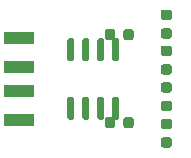
<source format=gtp>
%TF.GenerationSoftware,KiCad,Pcbnew,(5.1.6)-1*%
%TF.CreationDate,2020-07-02T16:49:34+08:00*%
%TF.ProjectId,usb-ttl,7573622d-7474-46c2-9e6b-696361645f70,rev?*%
%TF.SameCoordinates,Original*%
%TF.FileFunction,Paste,Top*%
%TF.FilePolarity,Positive*%
%FSLAX46Y46*%
G04 Gerber Fmt 4.6, Leading zero omitted, Abs format (unit mm)*
G04 Created by KiCad (PCBNEW (5.1.6)-1) date 2020-07-02 16:49:34*
%MOMM*%
%LPD*%
G01*
G04 APERTURE LIST*
%ADD10R,2.500000X1.100000*%
G04 APERTURE END LIST*
D10*
%TO.C,J1*%
X105850000Y-93000000D03*
X105850000Y-91000000D03*
X105850000Y-95500000D03*
X105850000Y-88500000D03*
%TD*%
%TO.C,U1*%
G36*
G01*
X110345000Y-90500000D02*
X110045000Y-90500000D01*
G75*
G02*
X109895000Y-90350000I0J150000D01*
G01*
X109895000Y-88700000D01*
G75*
G02*
X110045000Y-88550000I150000J0D01*
G01*
X110345000Y-88550000D01*
G75*
G02*
X110495000Y-88700000I0J-150000D01*
G01*
X110495000Y-90350000D01*
G75*
G02*
X110345000Y-90500000I-150000J0D01*
G01*
G37*
G36*
G01*
X111615000Y-90500000D02*
X111315000Y-90500000D01*
G75*
G02*
X111165000Y-90350000I0J150000D01*
G01*
X111165000Y-88700000D01*
G75*
G02*
X111315000Y-88550000I150000J0D01*
G01*
X111615000Y-88550000D01*
G75*
G02*
X111765000Y-88700000I0J-150000D01*
G01*
X111765000Y-90350000D01*
G75*
G02*
X111615000Y-90500000I-150000J0D01*
G01*
G37*
G36*
G01*
X112885000Y-90500000D02*
X112585000Y-90500000D01*
G75*
G02*
X112435000Y-90350000I0J150000D01*
G01*
X112435000Y-88700000D01*
G75*
G02*
X112585000Y-88550000I150000J0D01*
G01*
X112885000Y-88550000D01*
G75*
G02*
X113035000Y-88700000I0J-150000D01*
G01*
X113035000Y-90350000D01*
G75*
G02*
X112885000Y-90500000I-150000J0D01*
G01*
G37*
G36*
G01*
X114155000Y-90500000D02*
X113855000Y-90500000D01*
G75*
G02*
X113705000Y-90350000I0J150000D01*
G01*
X113705000Y-88700000D01*
G75*
G02*
X113855000Y-88550000I150000J0D01*
G01*
X114155000Y-88550000D01*
G75*
G02*
X114305000Y-88700000I0J-150000D01*
G01*
X114305000Y-90350000D01*
G75*
G02*
X114155000Y-90500000I-150000J0D01*
G01*
G37*
G36*
G01*
X114155000Y-95450000D02*
X113855000Y-95450000D01*
G75*
G02*
X113705000Y-95300000I0J150000D01*
G01*
X113705000Y-93650000D01*
G75*
G02*
X113855000Y-93500000I150000J0D01*
G01*
X114155000Y-93500000D01*
G75*
G02*
X114305000Y-93650000I0J-150000D01*
G01*
X114305000Y-95300000D01*
G75*
G02*
X114155000Y-95450000I-150000J0D01*
G01*
G37*
G36*
G01*
X112885000Y-95450000D02*
X112585000Y-95450000D01*
G75*
G02*
X112435000Y-95300000I0J150000D01*
G01*
X112435000Y-93650000D01*
G75*
G02*
X112585000Y-93500000I150000J0D01*
G01*
X112885000Y-93500000D01*
G75*
G02*
X113035000Y-93650000I0J-150000D01*
G01*
X113035000Y-95300000D01*
G75*
G02*
X112885000Y-95450000I-150000J0D01*
G01*
G37*
G36*
G01*
X111615000Y-95450000D02*
X111315000Y-95450000D01*
G75*
G02*
X111165000Y-95300000I0J150000D01*
G01*
X111165000Y-93650000D01*
G75*
G02*
X111315000Y-93500000I150000J0D01*
G01*
X111615000Y-93500000D01*
G75*
G02*
X111765000Y-93650000I0J-150000D01*
G01*
X111765000Y-95300000D01*
G75*
G02*
X111615000Y-95450000I-150000J0D01*
G01*
G37*
G36*
G01*
X110345000Y-95450000D02*
X110045000Y-95450000D01*
G75*
G02*
X109895000Y-95300000I0J150000D01*
G01*
X109895000Y-93650000D01*
G75*
G02*
X110045000Y-93500000I150000J0D01*
G01*
X110345000Y-93500000D01*
G75*
G02*
X110495000Y-93650000I0J-150000D01*
G01*
X110495000Y-95300000D01*
G75*
G02*
X110345000Y-95450000I-150000J0D01*
G01*
G37*
%TD*%
%TO.C,R2*%
G36*
G01*
X118556250Y-88587500D02*
X118043750Y-88587500D01*
G75*
G02*
X117825000Y-88368750I0J218750D01*
G01*
X117825000Y-87931250D01*
G75*
G02*
X118043750Y-87712500I218750J0D01*
G01*
X118556250Y-87712500D01*
G75*
G02*
X118775000Y-87931250I0J-218750D01*
G01*
X118775000Y-88368750D01*
G75*
G02*
X118556250Y-88587500I-218750J0D01*
G01*
G37*
G36*
G01*
X118556250Y-87012500D02*
X118043750Y-87012500D01*
G75*
G02*
X117825000Y-86793750I0J218750D01*
G01*
X117825000Y-86356250D01*
G75*
G02*
X118043750Y-86137500I218750J0D01*
G01*
X118556250Y-86137500D01*
G75*
G02*
X118775000Y-86356250I0J-218750D01*
G01*
X118775000Y-86793750D01*
G75*
G02*
X118556250Y-87012500I-218750J0D01*
G01*
G37*
%TD*%
%TO.C,R1*%
G36*
G01*
X118556250Y-97825000D02*
X118043750Y-97825000D01*
G75*
G02*
X117825000Y-97606250I0J218750D01*
G01*
X117825000Y-97168750D01*
G75*
G02*
X118043750Y-96950000I218750J0D01*
G01*
X118556250Y-96950000D01*
G75*
G02*
X118775000Y-97168750I0J-218750D01*
G01*
X118775000Y-97606250D01*
G75*
G02*
X118556250Y-97825000I-218750J0D01*
G01*
G37*
G36*
G01*
X118556250Y-96250000D02*
X118043750Y-96250000D01*
G75*
G02*
X117825000Y-96031250I0J218750D01*
G01*
X117825000Y-95593750D01*
G75*
G02*
X118043750Y-95375000I218750J0D01*
G01*
X118556250Y-95375000D01*
G75*
G02*
X118775000Y-95593750I0J-218750D01*
G01*
X118775000Y-96031250D01*
G75*
G02*
X118556250Y-96250000I-218750J0D01*
G01*
G37*
%TD*%
%TO.C,D2*%
G36*
G01*
X118556250Y-91637500D02*
X118043750Y-91637500D01*
G75*
G02*
X117825000Y-91418750I0J218750D01*
G01*
X117825000Y-90981250D01*
G75*
G02*
X118043750Y-90762500I218750J0D01*
G01*
X118556250Y-90762500D01*
G75*
G02*
X118775000Y-90981250I0J-218750D01*
G01*
X118775000Y-91418750D01*
G75*
G02*
X118556250Y-91637500I-218750J0D01*
G01*
G37*
G36*
G01*
X118556250Y-90062500D02*
X118043750Y-90062500D01*
G75*
G02*
X117825000Y-89843750I0J218750D01*
G01*
X117825000Y-89406250D01*
G75*
G02*
X118043750Y-89187500I218750J0D01*
G01*
X118556250Y-89187500D01*
G75*
G02*
X118775000Y-89406250I0J-218750D01*
G01*
X118775000Y-89843750D01*
G75*
G02*
X118556250Y-90062500I-218750J0D01*
G01*
G37*
%TD*%
%TO.C,D1*%
G36*
G01*
X118556250Y-94737500D02*
X118043750Y-94737500D01*
G75*
G02*
X117825000Y-94518750I0J218750D01*
G01*
X117825000Y-94081250D01*
G75*
G02*
X118043750Y-93862500I218750J0D01*
G01*
X118556250Y-93862500D01*
G75*
G02*
X118775000Y-94081250I0J-218750D01*
G01*
X118775000Y-94518750D01*
G75*
G02*
X118556250Y-94737500I-218750J0D01*
G01*
G37*
G36*
G01*
X118556250Y-93162500D02*
X118043750Y-93162500D01*
G75*
G02*
X117825000Y-92943750I0J218750D01*
G01*
X117825000Y-92506250D01*
G75*
G02*
X118043750Y-92287500I218750J0D01*
G01*
X118556250Y-92287500D01*
G75*
G02*
X118775000Y-92506250I0J-218750D01*
G01*
X118775000Y-92943750D01*
G75*
G02*
X118556250Y-93162500I-218750J0D01*
G01*
G37*
%TD*%
%TO.C,C2*%
G36*
G01*
X113087500Y-88506250D02*
X113087500Y-87993750D01*
G75*
G02*
X113306250Y-87775000I218750J0D01*
G01*
X113743750Y-87775000D01*
G75*
G02*
X113962500Y-87993750I0J-218750D01*
G01*
X113962500Y-88506250D01*
G75*
G02*
X113743750Y-88725000I-218750J0D01*
G01*
X113306250Y-88725000D01*
G75*
G02*
X113087500Y-88506250I0J218750D01*
G01*
G37*
G36*
G01*
X114662500Y-88506250D02*
X114662500Y-87993750D01*
G75*
G02*
X114881250Y-87775000I218750J0D01*
G01*
X115318750Y-87775000D01*
G75*
G02*
X115537500Y-87993750I0J-218750D01*
G01*
X115537500Y-88506250D01*
G75*
G02*
X115318750Y-88725000I-218750J0D01*
G01*
X114881250Y-88725000D01*
G75*
G02*
X114662500Y-88506250I0J218750D01*
G01*
G37*
%TD*%
%TO.C,C1*%
G36*
G01*
X113087500Y-95956250D02*
X113087500Y-95443750D01*
G75*
G02*
X113306250Y-95225000I218750J0D01*
G01*
X113743750Y-95225000D01*
G75*
G02*
X113962500Y-95443750I0J-218750D01*
G01*
X113962500Y-95956250D01*
G75*
G02*
X113743750Y-96175000I-218750J0D01*
G01*
X113306250Y-96175000D01*
G75*
G02*
X113087500Y-95956250I0J218750D01*
G01*
G37*
G36*
G01*
X114662500Y-95956250D02*
X114662500Y-95443750D01*
G75*
G02*
X114881250Y-95225000I218750J0D01*
G01*
X115318750Y-95225000D01*
G75*
G02*
X115537500Y-95443750I0J-218750D01*
G01*
X115537500Y-95956250D01*
G75*
G02*
X115318750Y-96175000I-218750J0D01*
G01*
X114881250Y-96175000D01*
G75*
G02*
X114662500Y-95956250I0J218750D01*
G01*
G37*
%TD*%
M02*

</source>
